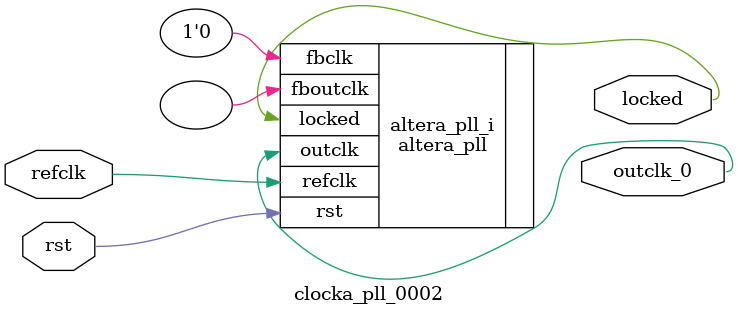
<source format=v>
`timescale 1ns/10ps
module  clocka_pll_0002(

	// interface 'refclk'
	input wire refclk,

	// interface 'reset'
	input wire rst,

	// interface 'outclk0'
	output wire outclk_0,

	// interface 'locked'
	output wire locked
);

	altera_pll #(
		.fractional_vco_multiplier("false"),
		.reference_clock_frequency("50.0 MHz"),
		.operation_mode("direct"),
		.number_of_clocks(1),
		.output_clock_frequency0("200.000000 MHz"),
		.phase_shift0("0 ps"),
		.duty_cycle0(50),
		.output_clock_frequency1("0 MHz"),
		.phase_shift1("0 ps"),
		.duty_cycle1(50),
		.output_clock_frequency2("0 MHz"),
		.phase_shift2("0 ps"),
		.duty_cycle2(50),
		.output_clock_frequency3("0 MHz"),
		.phase_shift3("0 ps"),
		.duty_cycle3(50),
		.output_clock_frequency4("0 MHz"),
		.phase_shift4("0 ps"),
		.duty_cycle4(50),
		.output_clock_frequency5("0 MHz"),
		.phase_shift5("0 ps"),
		.duty_cycle5(50),
		.output_clock_frequency6("0 MHz"),
		.phase_shift6("0 ps"),
		.duty_cycle6(50),
		.output_clock_frequency7("0 MHz"),
		.phase_shift7("0 ps"),
		.duty_cycle7(50),
		.output_clock_frequency8("0 MHz"),
		.phase_shift8("0 ps"),
		.duty_cycle8(50),
		.output_clock_frequency9("0 MHz"),
		.phase_shift9("0 ps"),
		.duty_cycle9(50),
		.output_clock_frequency10("0 MHz"),
		.phase_shift10("0 ps"),
		.duty_cycle10(50),
		.output_clock_frequency11("0 MHz"),
		.phase_shift11("0 ps"),
		.duty_cycle11(50),
		.output_clock_frequency12("0 MHz"),
		.phase_shift12("0 ps"),
		.duty_cycle12(50),
		.output_clock_frequency13("0 MHz"),
		.phase_shift13("0 ps"),
		.duty_cycle13(50),
		.output_clock_frequency14("0 MHz"),
		.phase_shift14("0 ps"),
		.duty_cycle14(50),
		.output_clock_frequency15("0 MHz"),
		.phase_shift15("0 ps"),
		.duty_cycle15(50),
		.output_clock_frequency16("0 MHz"),
		.phase_shift16("0 ps"),
		.duty_cycle16(50),
		.output_clock_frequency17("0 MHz"),
		.phase_shift17("0 ps"),
		.duty_cycle17(50),
		.pll_type("General"),
		.pll_subtype("General")
	) altera_pll_i (
		.rst	(rst),
		.outclk	({outclk_0}),
		.locked	(locked),
		.fboutclk	( ),
		.fbclk	(1'b0),
		.refclk	(refclk)
	);
endmodule


</source>
